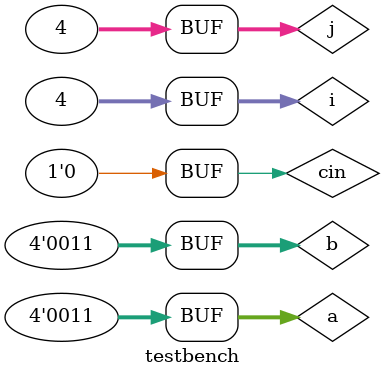
<source format=v>
module ripple_adder_4bit_dataflow(
    input [3:0]a,
    input [3:0]b,
	input carry_in,
    output [3:0] sum,  
    output carry_out
    );
    
    // Internal nets used to connect all 4 modules
    wire [2:0] c;
    
    // Instantiate 4 Dataflow adders
    full_adder_dataflow FA_DFLOW_0(
      .a(a[0]), 
      .b(b[0]),
      .carry_in(carry_in),
      .sum(sum[0]),  
      .carry_out(c[0])
    );
    
    full_adder_dataflow FA_DFLOW_1(
      .a(a[1]), 
      .b(b[1]),
      .carry_in(c[0]),
      .sum(sum[1]),  
      .carry_out(c[1])
    );
  
    full_adder_dataflow FA_DFLOW_2(
      .a(a[2]), 
      .b(b[2]),
      .carry_in(c[1]),
      .sum(sum[2]),  
      .carry_out(c[2])
    );
  
    full_adder_dataflow FA_DFLOW_3(
      .a(a[3]), 
      .b(b[3]),
      .carry_in(c[2]),
      .sum(sum[3]),  
      .carry_out(carry_out)
    );
  
endmodule


module full_adder_dataflow(
    input a,     // always wire
    input b,
	input carry_in,
    output sum,  // default wire but can be changed to reg
    output carry_out
    );
  
    // Declare nets to connect the half adders
    wire sum1;
    wire and1;
    wire and2;	
	
	// Implement the circuit using Dataflow style
    assign sum1 = a ^ b;
    assign and1 = sum1 & carry_in;
    assign and2 = a & b;
    
    assign sum  = sum1 ^ carry_in;
    assign carry_out  = and1 | and2;
  
endmodule



module testbench();
  
    // Declare variables and nets for module ports
    reg [3:0] a;
    reg [3:0] b;
    reg cin;
    wire [3:0]sum;
    wire cout; 
  
    integer i, j; // used for verification
    parameter LOOP_LIMIT = 4;
    
    // Instantiate the module
    ripple_adder_4bit_dataflow RIPPLE_ADD_4BIT(
        .a(a),
        .b(b),
        .carry_in(cin),
        .sum(sum),
        .carry_out(cout)
        );
  
    // Generate stimulus and monitor module ports
    initial begin
      $monitor("a=%b, b=%b, carry_in=%0b, sum=%0d, carry_out=%b", a, b, cin, sum, cout);
    end  
  
    initial begin
        #1; a = 4'b0000; b = 4'b0000; cin = 0;
        #1; a = 4'b0000; b = 4'b0000; cin = 1;
        #1; a = 4'b0001; b = 4'b0001; cin = 0;
        #1; a = 4'b0001; b = 4'b0001; cin = 1;
        #1; a = 4'd3;    b = 4'd6;    cin = 0;
        // Change the values of a and b and observe the effects
      
        for (i=0; i<LOOP_LIMIT; i=i+1) begin
            for (j=0; j<LOOP_LIMIT; j=j+1) begin
                #1 a = i; b = j; cin = 0;
            end
        end
        // Change the loops limits observe the effects

    end
  
endmodule
</source>
